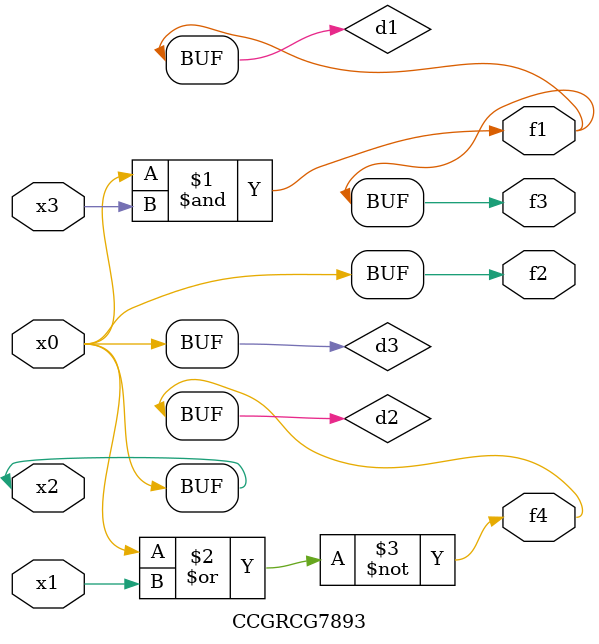
<source format=v>
module CCGRCG7893(
	input x0, x1, x2, x3,
	output f1, f2, f3, f4
);

	wire d1, d2, d3;

	and (d1, x2, x3);
	nor (d2, x0, x1);
	buf (d3, x0, x2);
	assign f1 = d1;
	assign f2 = d3;
	assign f3 = d1;
	assign f4 = d2;
endmodule

</source>
